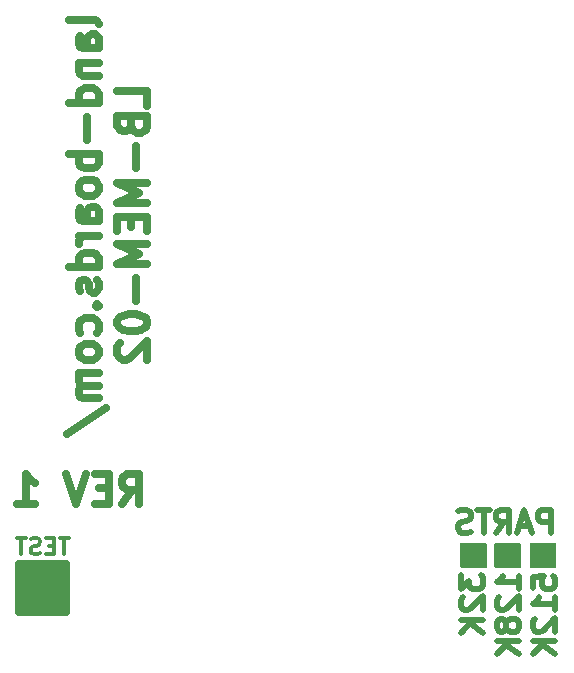
<source format=gbo>
G04 #@! TF.GenerationSoftware,KiCad,Pcbnew,(6.0.1)*
G04 #@! TF.CreationDate,2022-09-17T15:50:42-04:00*
G04 #@! TF.ProjectId,LB-MEM-02,4c422d4d-454d-42d3-9032-2e6b69636164,1*
G04 #@! TF.SameCoordinates,Original*
G04 #@! TF.FileFunction,Legend,Bot*
G04 #@! TF.FilePolarity,Positive*
%FSLAX46Y46*%
G04 Gerber Fmt 4.6, Leading zero omitted, Abs format (unit mm)*
G04 Created by KiCad (PCBNEW (6.0.1)) date 2022-09-17 15:50:42*
%MOMM*%
%LPD*%
G01*
G04 APERTURE LIST*
%ADD10C,0.635000*%
%ADD11C,0.476250*%
%ADD12C,0.349250*%
%ADD13C,0.650000*%
G04 APERTURE END LIST*
D10*
X142157147Y-63625790D02*
X142036195Y-63383885D01*
X141794290Y-63262933D01*
X139617147Y-63262933D01*
X142157147Y-65681980D02*
X140826671Y-65681980D01*
X140584766Y-65561028D01*
X140463814Y-65319123D01*
X140463814Y-64835314D01*
X140584766Y-64593409D01*
X142036195Y-65681980D02*
X142157147Y-65440076D01*
X142157147Y-64835314D01*
X142036195Y-64593409D01*
X141794290Y-64472457D01*
X141552385Y-64472457D01*
X141310480Y-64593409D01*
X141189528Y-64835314D01*
X141189528Y-65440076D01*
X141068576Y-65681980D01*
X140463814Y-66891504D02*
X142157147Y-66891504D01*
X140705719Y-66891504D02*
X140584766Y-67012457D01*
X140463814Y-67254361D01*
X140463814Y-67617219D01*
X140584766Y-67859123D01*
X140826671Y-67980076D01*
X142157147Y-67980076D01*
X142157147Y-70278171D02*
X139617147Y-70278171D01*
X142036195Y-70278171D02*
X142157147Y-70036266D01*
X142157147Y-69552457D01*
X142036195Y-69310552D01*
X141915242Y-69189600D01*
X141673338Y-69068647D01*
X140947623Y-69068647D01*
X140705719Y-69189600D01*
X140584766Y-69310552D01*
X140463814Y-69552457D01*
X140463814Y-70036266D01*
X140584766Y-70278171D01*
X141189528Y-71487695D02*
X141189528Y-73422933D01*
X142157147Y-74632457D02*
X139617147Y-74632457D01*
X140584766Y-74632457D02*
X140463814Y-74874361D01*
X140463814Y-75358171D01*
X140584766Y-75600076D01*
X140705719Y-75721028D01*
X140947623Y-75841980D01*
X141673338Y-75841980D01*
X141915242Y-75721028D01*
X142036195Y-75600076D01*
X142157147Y-75358171D01*
X142157147Y-74874361D01*
X142036195Y-74632457D01*
X142157147Y-77293409D02*
X142036195Y-77051504D01*
X141915242Y-76930552D01*
X141673338Y-76809600D01*
X140947623Y-76809600D01*
X140705719Y-76930552D01*
X140584766Y-77051504D01*
X140463814Y-77293409D01*
X140463814Y-77656266D01*
X140584766Y-77898171D01*
X140705719Y-78019123D01*
X140947623Y-78140076D01*
X141673338Y-78140076D01*
X141915242Y-78019123D01*
X142036195Y-77898171D01*
X142157147Y-77656266D01*
X142157147Y-77293409D01*
X142157147Y-80317219D02*
X140826671Y-80317219D01*
X140584766Y-80196266D01*
X140463814Y-79954361D01*
X140463814Y-79470552D01*
X140584766Y-79228647D01*
X142036195Y-80317219D02*
X142157147Y-80075314D01*
X142157147Y-79470552D01*
X142036195Y-79228647D01*
X141794290Y-79107695D01*
X141552385Y-79107695D01*
X141310480Y-79228647D01*
X141189528Y-79470552D01*
X141189528Y-80075314D01*
X141068576Y-80317219D01*
X142157147Y-81526742D02*
X140463814Y-81526742D01*
X140947623Y-81526742D02*
X140705719Y-81647695D01*
X140584766Y-81768647D01*
X140463814Y-82010552D01*
X140463814Y-82252457D01*
X142157147Y-84187695D02*
X139617147Y-84187695D01*
X142036195Y-84187695D02*
X142157147Y-83945790D01*
X142157147Y-83461980D01*
X142036195Y-83220076D01*
X141915242Y-83099123D01*
X141673338Y-82978171D01*
X140947623Y-82978171D01*
X140705719Y-83099123D01*
X140584766Y-83220076D01*
X140463814Y-83461980D01*
X140463814Y-83945790D01*
X140584766Y-84187695D01*
X142036195Y-85276266D02*
X142157147Y-85518171D01*
X142157147Y-86001980D01*
X142036195Y-86243885D01*
X141794290Y-86364838D01*
X141673338Y-86364838D01*
X141431433Y-86243885D01*
X141310480Y-86001980D01*
X141310480Y-85639123D01*
X141189528Y-85397219D01*
X140947623Y-85276266D01*
X140826671Y-85276266D01*
X140584766Y-85397219D01*
X140463814Y-85639123D01*
X140463814Y-86001980D01*
X140584766Y-86243885D01*
X141915242Y-87453409D02*
X142036195Y-87574361D01*
X142157147Y-87453409D01*
X142036195Y-87332457D01*
X141915242Y-87453409D01*
X142157147Y-87453409D01*
X142036195Y-89751504D02*
X142157147Y-89509600D01*
X142157147Y-89025790D01*
X142036195Y-88783885D01*
X141915242Y-88662933D01*
X141673338Y-88541980D01*
X140947623Y-88541980D01*
X140705719Y-88662933D01*
X140584766Y-88783885D01*
X140463814Y-89025790D01*
X140463814Y-89509600D01*
X140584766Y-89751504D01*
X142157147Y-91202933D02*
X142036195Y-90961028D01*
X141915242Y-90840076D01*
X141673338Y-90719123D01*
X140947623Y-90719123D01*
X140705719Y-90840076D01*
X140584766Y-90961028D01*
X140463814Y-91202933D01*
X140463814Y-91565790D01*
X140584766Y-91807695D01*
X140705719Y-91928647D01*
X140947623Y-92049600D01*
X141673338Y-92049600D01*
X141915242Y-91928647D01*
X142036195Y-91807695D01*
X142157147Y-91565790D01*
X142157147Y-91202933D01*
X142157147Y-93138171D02*
X140463814Y-93138171D01*
X140705719Y-93138171D02*
X140584766Y-93259123D01*
X140463814Y-93501028D01*
X140463814Y-93863885D01*
X140584766Y-94105790D01*
X140826671Y-94226742D01*
X142157147Y-94226742D01*
X140826671Y-94226742D02*
X140584766Y-94347695D01*
X140463814Y-94589600D01*
X140463814Y-94952457D01*
X140584766Y-95194361D01*
X140826671Y-95315314D01*
X142157147Y-95315314D01*
X139496195Y-98339123D02*
X142761909Y-96161980D01*
X146246547Y-70520076D02*
X146246547Y-69310552D01*
X143706547Y-69310552D01*
X144916071Y-72213409D02*
X145037023Y-72576266D01*
X145157976Y-72697219D01*
X145399880Y-72818171D01*
X145762738Y-72818171D01*
X146004642Y-72697219D01*
X146125595Y-72576266D01*
X146246547Y-72334361D01*
X146246547Y-71366742D01*
X143706547Y-71366742D01*
X143706547Y-72213409D01*
X143827500Y-72455314D01*
X143948452Y-72576266D01*
X144190357Y-72697219D01*
X144432261Y-72697219D01*
X144674166Y-72576266D01*
X144795119Y-72455314D01*
X144916071Y-72213409D01*
X144916071Y-71366742D01*
X145278928Y-73906742D02*
X145278928Y-75841980D01*
X146246547Y-77051504D02*
X143706547Y-77051504D01*
X145520833Y-77898171D01*
X143706547Y-78744838D01*
X146246547Y-78744838D01*
X144916071Y-79954361D02*
X144916071Y-80801028D01*
X146246547Y-81163885D02*
X146246547Y-79954361D01*
X143706547Y-79954361D01*
X143706547Y-81163885D01*
X146246547Y-82252457D02*
X143706547Y-82252457D01*
X145520833Y-83099123D01*
X143706547Y-83945790D01*
X146246547Y-83945790D01*
X145278928Y-85155314D02*
X145278928Y-87090552D01*
X143706547Y-88783885D02*
X143706547Y-89025790D01*
X143827500Y-89267695D01*
X143948452Y-89388647D01*
X144190357Y-89509600D01*
X144674166Y-89630552D01*
X145278928Y-89630552D01*
X145762738Y-89509600D01*
X146004642Y-89388647D01*
X146125595Y-89267695D01*
X146246547Y-89025790D01*
X146246547Y-88783885D01*
X146125595Y-88541980D01*
X146004642Y-88421028D01*
X145762738Y-88300076D01*
X145278928Y-88179123D01*
X144674166Y-88179123D01*
X144190357Y-88300076D01*
X143948452Y-88421028D01*
X143827500Y-88541980D01*
X143706547Y-88783885D01*
X143948452Y-90598171D02*
X143827500Y-90719123D01*
X143706547Y-90961028D01*
X143706547Y-91565790D01*
X143827500Y-91807695D01*
X143948452Y-91928647D01*
X144190357Y-92049600D01*
X144432261Y-92049600D01*
X144795119Y-91928647D01*
X146246547Y-90477219D01*
X146246547Y-92049600D01*
X144090571Y-104273047D02*
X144937238Y-103063523D01*
X145542000Y-104273047D02*
X145542000Y-101733047D01*
X144574380Y-101733047D01*
X144332476Y-101854000D01*
X144211523Y-101974952D01*
X144090571Y-102216857D01*
X144090571Y-102579714D01*
X144211523Y-102821619D01*
X144332476Y-102942571D01*
X144574380Y-103063523D01*
X145542000Y-103063523D01*
X143002000Y-102942571D02*
X142155333Y-102942571D01*
X141792476Y-104273047D02*
X143002000Y-104273047D01*
X143002000Y-101733047D01*
X141792476Y-101733047D01*
X141066761Y-101733047D02*
X140220095Y-104273047D01*
X139373428Y-101733047D01*
X135261047Y-104273047D02*
X136712476Y-104273047D01*
X135986761Y-104273047D02*
X135986761Y-101733047D01*
X136228666Y-102095904D01*
X136470571Y-102337809D01*
X136712476Y-102458761D01*
D11*
X172775335Y-110258905D02*
X172775335Y-111438191D01*
X173501050Y-110803191D01*
X173501050Y-111075333D01*
X173591764Y-111256762D01*
X173682478Y-111347476D01*
X173863907Y-111438191D01*
X174317478Y-111438191D01*
X174498907Y-111347476D01*
X174589621Y-111256762D01*
X174680335Y-111075333D01*
X174680335Y-110531048D01*
X174589621Y-110349619D01*
X174498907Y-110258905D01*
X172956764Y-112163905D02*
X172866050Y-112254619D01*
X172775335Y-112436048D01*
X172775335Y-112889619D01*
X172866050Y-113071048D01*
X172956764Y-113161762D01*
X173138192Y-113252476D01*
X173319621Y-113252476D01*
X173591764Y-113161762D01*
X174680335Y-112073191D01*
X174680335Y-113252476D01*
X174680335Y-114068905D02*
X172775335Y-114068905D01*
X174680335Y-115157476D02*
X173591764Y-114341048D01*
X172775335Y-115157476D02*
X173863907Y-114068905D01*
X177747385Y-111438191D02*
X177747385Y-110349619D01*
X177747385Y-110893905D02*
X175842385Y-110893905D01*
X176114528Y-110712476D01*
X176295957Y-110531048D01*
X176386671Y-110349619D01*
X176023814Y-112163905D02*
X175933100Y-112254619D01*
X175842385Y-112436048D01*
X175842385Y-112889619D01*
X175933100Y-113071048D01*
X176023814Y-113161762D01*
X176205242Y-113252476D01*
X176386671Y-113252476D01*
X176658814Y-113161762D01*
X177747385Y-112073191D01*
X177747385Y-113252476D01*
X176658814Y-114341048D02*
X176568100Y-114159619D01*
X176477385Y-114068905D01*
X176295957Y-113978191D01*
X176205242Y-113978191D01*
X176023814Y-114068905D01*
X175933100Y-114159619D01*
X175842385Y-114341048D01*
X175842385Y-114703905D01*
X175933100Y-114885333D01*
X176023814Y-114976048D01*
X176205242Y-115066762D01*
X176295957Y-115066762D01*
X176477385Y-114976048D01*
X176568100Y-114885333D01*
X176658814Y-114703905D01*
X176658814Y-114341048D01*
X176749528Y-114159619D01*
X176840242Y-114068905D01*
X177021671Y-113978191D01*
X177384528Y-113978191D01*
X177565957Y-114068905D01*
X177656671Y-114159619D01*
X177747385Y-114341048D01*
X177747385Y-114703905D01*
X177656671Y-114885333D01*
X177565957Y-114976048D01*
X177384528Y-115066762D01*
X177021671Y-115066762D01*
X176840242Y-114976048D01*
X176749528Y-114885333D01*
X176658814Y-114703905D01*
X177747385Y-115883191D02*
X175842385Y-115883191D01*
X177747385Y-116971762D02*
X176658814Y-116155333D01*
X175842385Y-116971762D02*
X176930957Y-115883191D01*
X178909435Y-111347476D02*
X178909435Y-110440333D01*
X179816578Y-110349619D01*
X179725864Y-110440333D01*
X179635150Y-110621762D01*
X179635150Y-111075333D01*
X179725864Y-111256762D01*
X179816578Y-111347476D01*
X179998007Y-111438191D01*
X180451578Y-111438191D01*
X180633007Y-111347476D01*
X180723721Y-111256762D01*
X180814435Y-111075333D01*
X180814435Y-110621762D01*
X180723721Y-110440333D01*
X180633007Y-110349619D01*
X180814435Y-113252476D02*
X180814435Y-112163905D01*
X180814435Y-112708191D02*
X178909435Y-112708191D01*
X179181578Y-112526762D01*
X179363007Y-112345333D01*
X179453721Y-112163905D01*
X179090864Y-113978191D02*
X179000150Y-114068905D01*
X178909435Y-114250333D01*
X178909435Y-114703905D01*
X179000150Y-114885333D01*
X179090864Y-114976048D01*
X179272292Y-115066762D01*
X179453721Y-115066762D01*
X179725864Y-114976048D01*
X180814435Y-113887476D01*
X180814435Y-115066762D01*
X180814435Y-115883191D02*
X178909435Y-115883191D01*
X180814435Y-116971762D02*
X179725864Y-116155333D01*
X178909435Y-116971762D02*
X179998007Y-115883191D01*
X180440466Y-106678185D02*
X180440466Y-104773185D01*
X179714751Y-104773185D01*
X179533323Y-104863900D01*
X179442608Y-104954614D01*
X179351894Y-105136042D01*
X179351894Y-105408185D01*
X179442608Y-105589614D01*
X179533323Y-105680328D01*
X179714751Y-105771042D01*
X180440466Y-105771042D01*
X178626180Y-106133900D02*
X177719037Y-106133900D01*
X178807608Y-106678185D02*
X178172608Y-104773185D01*
X177537608Y-106678185D01*
X175814037Y-106678185D02*
X176449037Y-105771042D01*
X176902608Y-106678185D02*
X176902608Y-104773185D01*
X176176894Y-104773185D01*
X175995466Y-104863900D01*
X175904751Y-104954614D01*
X175814037Y-105136042D01*
X175814037Y-105408185D01*
X175904751Y-105589614D01*
X175995466Y-105680328D01*
X176176894Y-105771042D01*
X176902608Y-105771042D01*
X175269751Y-104773185D02*
X174181180Y-104773185D01*
X174725466Y-106678185D02*
X174725466Y-104773185D01*
X173636894Y-106587471D02*
X173364751Y-106678185D01*
X172911180Y-106678185D01*
X172729751Y-106587471D01*
X172639037Y-106496757D01*
X172548323Y-106315328D01*
X172548323Y-106133900D01*
X172639037Y-105952471D01*
X172729751Y-105861757D01*
X172911180Y-105771042D01*
X173274037Y-105680328D01*
X173455466Y-105589614D01*
X173546180Y-105498900D01*
X173636894Y-105317471D01*
X173636894Y-105136042D01*
X173546180Y-104954614D01*
X173455466Y-104863900D01*
X173274037Y-104773185D01*
X172820466Y-104773185D01*
X172548323Y-104863900D01*
D12*
X139642547Y-107113976D02*
X138844261Y-107113976D01*
X139243404Y-108510976D02*
X139243404Y-107113976D01*
X138378595Y-107779214D02*
X137912928Y-107779214D01*
X137713357Y-108510976D02*
X138378595Y-108510976D01*
X138378595Y-107113976D01*
X137713357Y-107113976D01*
X137181166Y-108444452D02*
X136981595Y-108510976D01*
X136648976Y-108510976D01*
X136515928Y-108444452D01*
X136449404Y-108377928D01*
X136382880Y-108244880D01*
X136382880Y-108111833D01*
X136449404Y-107978785D01*
X136515928Y-107912261D01*
X136648976Y-107845738D01*
X136915071Y-107779214D01*
X137048119Y-107712690D01*
X137114642Y-107646166D01*
X137181166Y-107513119D01*
X137181166Y-107380071D01*
X137114642Y-107247023D01*
X137048119Y-107180500D01*
X136915071Y-107113976D01*
X136582452Y-107113976D01*
X136382880Y-107180500D01*
X135983738Y-107113976D02*
X135185452Y-107113976D01*
X135584595Y-108510976D02*
X135584595Y-107113976D01*
D13*
X135414000Y-113379000D02*
X135414000Y-109379000D01*
X139414000Y-110879000D02*
X139414000Y-111379000D01*
X135414000Y-112879000D02*
X139414000Y-112879000D01*
X139414000Y-111379000D02*
X135414000Y-111379000D01*
X135414000Y-111379000D02*
X135414000Y-111879000D01*
X135414000Y-109379000D02*
X139414000Y-109379000D01*
X135414000Y-111879000D02*
X138914000Y-111879000D01*
X135414000Y-112379000D02*
X135414000Y-112879000D01*
X135414000Y-110879000D02*
X139414000Y-110879000D01*
X139414000Y-111879000D02*
X139414000Y-112379000D01*
X139414000Y-109379000D02*
X139414000Y-113379000D01*
X139414000Y-113379000D02*
X135414000Y-113379000D01*
X138914000Y-111879000D02*
X139414000Y-111879000D01*
X139414000Y-109879000D02*
X139414000Y-110379000D01*
X135414000Y-110379000D02*
X135414000Y-110879000D01*
X135414000Y-109379000D02*
X135414000Y-109879000D01*
X139414000Y-112379000D02*
X135414000Y-112379000D01*
X135414000Y-109879000D02*
X139414000Y-109879000D01*
X139414000Y-110379000D02*
X135414000Y-110379000D01*
G36*
X174948121Y-107563602D02*
G01*
X174994614Y-107617258D01*
X175006000Y-107669600D01*
X175006000Y-109525800D01*
X174985998Y-109593921D01*
X174932342Y-109640414D01*
X174880000Y-109651800D01*
X172871400Y-109651800D01*
X172803279Y-109631798D01*
X172756786Y-109578142D01*
X172745400Y-109525800D01*
X172745400Y-107669600D01*
X172765402Y-107601479D01*
X172819058Y-107554986D01*
X172871400Y-107543600D01*
X174880000Y-107543600D01*
X174948121Y-107563602D01*
G37*
G36*
X177843721Y-107563602D02*
G01*
X177890214Y-107617258D01*
X177901600Y-107669600D01*
X177901600Y-109525800D01*
X177881598Y-109593921D01*
X177827942Y-109640414D01*
X177775600Y-109651800D01*
X175767000Y-109651800D01*
X175698879Y-109631798D01*
X175652386Y-109578142D01*
X175641000Y-109525800D01*
X175641000Y-107669600D01*
X175661002Y-107601479D01*
X175714658Y-107554986D01*
X175767000Y-107543600D01*
X177775600Y-107543600D01*
X177843721Y-107563602D01*
G37*
G36*
X180840921Y-107563602D02*
G01*
X180887414Y-107617258D01*
X180898800Y-107669600D01*
X180898800Y-109525800D01*
X180878798Y-109593921D01*
X180825142Y-109640414D01*
X180772800Y-109651800D01*
X178764200Y-109651800D01*
X178696079Y-109631798D01*
X178649586Y-109578142D01*
X178638200Y-109525800D01*
X178638200Y-107669600D01*
X178658202Y-107601479D01*
X178711858Y-107554986D01*
X178764200Y-107543600D01*
X180772800Y-107543600D01*
X180840921Y-107563602D01*
G37*
M02*

</source>
